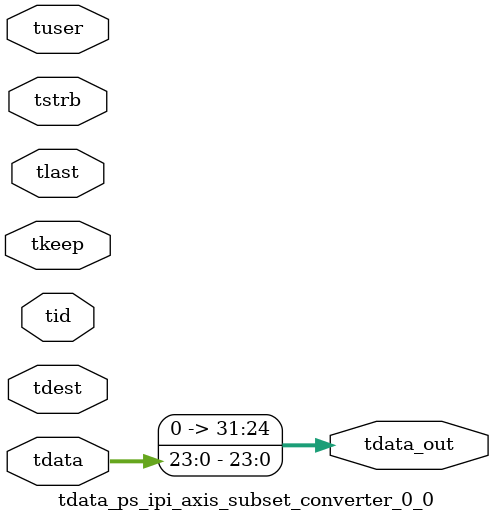
<source format=v>


`timescale 1ps/1ps

module tdata_ps_ipi_axis_subset_converter_0_0 #
(
parameter C_S_AXIS_TDATA_WIDTH = 32,
parameter C_S_AXIS_TUSER_WIDTH = 0,
parameter C_S_AXIS_TID_WIDTH   = 0,
parameter C_S_AXIS_TDEST_WIDTH = 0,
parameter C_M_AXIS_TDATA_WIDTH = 32
)
(
input  [(C_S_AXIS_TDATA_WIDTH == 0 ? 1 : C_S_AXIS_TDATA_WIDTH)-1:0     ] tdata,
input  [(C_S_AXIS_TUSER_WIDTH == 0 ? 1 : C_S_AXIS_TUSER_WIDTH)-1:0     ] tuser,
input  [(C_S_AXIS_TID_WIDTH   == 0 ? 1 : C_S_AXIS_TID_WIDTH)-1:0       ] tid,
input  [(C_S_AXIS_TDEST_WIDTH == 0 ? 1 : C_S_AXIS_TDEST_WIDTH)-1:0     ] tdest,
input  [(C_S_AXIS_TDATA_WIDTH/8)-1:0 ] tkeep,
input  [(C_S_AXIS_TDATA_WIDTH/8)-1:0 ] tstrb,
input                                                                    tlast,
output [C_M_AXIS_TDATA_WIDTH-1:0] tdata_out
);

assign tdata_out = {tdata[23:0]};

endmodule


</source>
